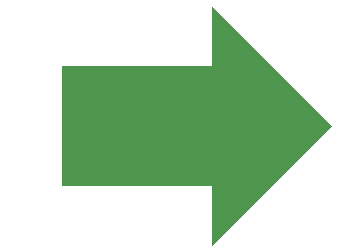
<source format=gbr>
%FSLAX34Y34*%%MOIN*%%ADD10R,1.0X0.5*%G36*X200Y3000D02*G01X7000D01*G01Y1000D01*G01X11000Y5000D01*G01X7000Y9000D01*G01Y7000D01*G01X2000D01*G01Y3000D01*G37*M02*
</source>
